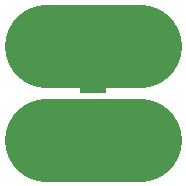
<source format=gbs>
%TF.GenerationSoftware,KiCad,Pcbnew,4.0.5-e0-6337~49~ubuntu16.04.1*%
%TF.CreationDate,2017-02-14T01:06:31-08:00*%
%TF.ProjectId,2x2-LED-TH-2.54mm-Pitch,3278322D4C45442D54482D322E35346D,1.0*%
%TF.FileFunction,Soldermask,Bot*%
%FSLAX46Y46*%
G04 Gerber Fmt 4.6, Leading zero omitted, Abs format (unit mm)*
G04 Created by KiCad (PCBNEW 4.0.5-e0-6337~49~ubuntu16.04.1) date Tue Feb 14 01:06:31 2017*
%MOMM*%
%LPD*%
G01*
G04 APERTURE LIST*
%ADD10C,0.350000*%
%ADD11C,7.000000*%
G04 APERTURE END LIST*
D10*
D11*
X32816800Y-46432200D02*
X24816800Y-46432200D01*
X32816800Y-54432200D02*
X24816800Y-54432200D01*
D10*
G36*
X25139910Y-51358047D02*
X25730855Y-51479351D01*
X26286998Y-51713132D01*
X26787134Y-52050478D01*
X27212221Y-52478543D01*
X27546066Y-52981021D01*
X27775956Y-53538776D01*
X27893064Y-54130214D01*
X27893064Y-54130224D01*
X27893131Y-54130563D01*
X27883510Y-54819616D01*
X27883433Y-54819954D01*
X27883433Y-54819962D01*
X27749857Y-55407901D01*
X27504485Y-55959016D01*
X27156737Y-56451978D01*
X26719862Y-56868009D01*
X26210500Y-57191261D01*
X25648054Y-57409419D01*
X25053947Y-57514176D01*
X24450803Y-57501542D01*
X23861600Y-57371997D01*
X23308782Y-57130477D01*
X22813407Y-56786182D01*
X22394337Y-56352223D01*
X22067538Y-55845130D01*
X21845456Y-55284214D01*
X21736555Y-54690858D01*
X21744977Y-54087641D01*
X21870406Y-53497547D01*
X22108059Y-52943058D01*
X22448891Y-52445288D01*
X22879912Y-52023200D01*
X23384713Y-51692868D01*
X23944059Y-51466877D01*
X24536645Y-51353836D01*
X25139910Y-51358047D01*
X25139910Y-51358047D01*
G37*
G36*
X33139910Y-51358047D02*
X33730855Y-51479351D01*
X34286998Y-51713132D01*
X34787134Y-52050478D01*
X35212221Y-52478543D01*
X35546066Y-52981021D01*
X35775956Y-53538776D01*
X35893064Y-54130214D01*
X35893064Y-54130224D01*
X35893131Y-54130563D01*
X35883510Y-54819616D01*
X35883433Y-54819954D01*
X35883433Y-54819962D01*
X35749857Y-55407901D01*
X35504485Y-55959016D01*
X35156737Y-56451978D01*
X34719862Y-56868009D01*
X34210500Y-57191261D01*
X33648054Y-57409419D01*
X33053947Y-57514176D01*
X32450803Y-57501542D01*
X31861600Y-57371997D01*
X31308782Y-57130477D01*
X30813407Y-56786182D01*
X30394337Y-56352223D01*
X30067538Y-55845130D01*
X29845456Y-55284214D01*
X29736555Y-54690858D01*
X29744977Y-54087641D01*
X29870406Y-53497547D01*
X30108059Y-52943058D01*
X30448891Y-52445288D01*
X30879912Y-52023200D01*
X31384713Y-51692868D01*
X31944059Y-51466877D01*
X32536645Y-51353836D01*
X33139910Y-51358047D01*
X33139910Y-51358047D01*
G37*
G36*
X28924590Y-50946681D02*
X29121721Y-50987147D01*
X29307251Y-51065137D01*
X29474092Y-51177673D01*
X29615898Y-51320472D01*
X29727266Y-51488095D01*
X29803956Y-51674158D01*
X29842976Y-51871227D01*
X29842976Y-51871232D01*
X29843044Y-51871576D01*
X29839834Y-52101439D01*
X29839757Y-52101777D01*
X29839757Y-52101786D01*
X29795249Y-52297690D01*
X29713396Y-52481535D01*
X29597388Y-52645986D01*
X29451650Y-52784771D01*
X29281731Y-52892605D01*
X29094099Y-52965382D01*
X28895912Y-53000328D01*
X28694705Y-52996113D01*
X28498151Y-52952899D01*
X28313733Y-52872328D01*
X28148482Y-52757475D01*
X28008682Y-52612709D01*
X27899664Y-52443545D01*
X27825577Y-52256424D01*
X27789249Y-52058488D01*
X27792058Y-51857258D01*
X27833902Y-51660405D01*
X27913180Y-51475432D01*
X28026880Y-51309378D01*
X28170665Y-51168573D01*
X28339065Y-51058376D01*
X28525660Y-50982986D01*
X28723340Y-50945277D01*
X28924590Y-50946681D01*
X28924590Y-50946681D01*
G37*
G36*
X29893000Y-50458400D02*
X27740600Y-50458400D01*
X27740600Y-48406000D01*
X29893000Y-48406000D01*
X29893000Y-50458400D01*
X29893000Y-50458400D01*
G37*
G36*
X25139910Y-43358047D02*
X25730855Y-43479351D01*
X26286998Y-43713132D01*
X26787134Y-44050478D01*
X27212221Y-44478543D01*
X27546066Y-44981021D01*
X27775956Y-45538776D01*
X27893064Y-46130214D01*
X27893064Y-46130224D01*
X27893131Y-46130563D01*
X27883510Y-46819616D01*
X27883433Y-46819954D01*
X27883433Y-46819962D01*
X27749857Y-47407901D01*
X27504485Y-47959016D01*
X27156737Y-48451978D01*
X26719862Y-48868009D01*
X26210500Y-49191261D01*
X25648054Y-49409419D01*
X25053947Y-49514176D01*
X24450803Y-49501542D01*
X23861600Y-49371997D01*
X23308782Y-49130477D01*
X22813407Y-48786182D01*
X22394337Y-48352223D01*
X22067538Y-47845130D01*
X21845456Y-47284214D01*
X21736555Y-46690858D01*
X21744977Y-46087641D01*
X21870406Y-45497547D01*
X22108059Y-44943058D01*
X22448891Y-44445288D01*
X22879912Y-44023200D01*
X23384713Y-43692868D01*
X23944059Y-43466877D01*
X24536645Y-43353836D01*
X25139910Y-43358047D01*
X25139910Y-43358047D01*
G37*
G36*
X33139910Y-43358047D02*
X33730855Y-43479351D01*
X34286998Y-43713132D01*
X34787134Y-44050478D01*
X35212221Y-44478543D01*
X35546066Y-44981021D01*
X35775956Y-45538776D01*
X35893064Y-46130214D01*
X35893064Y-46130224D01*
X35893131Y-46130563D01*
X35883510Y-46819616D01*
X35883433Y-46819954D01*
X35883433Y-46819962D01*
X35749857Y-47407901D01*
X35504485Y-47959016D01*
X35156737Y-48451978D01*
X34719862Y-48868009D01*
X34210500Y-49191261D01*
X33648054Y-49409419D01*
X33053947Y-49514176D01*
X32450803Y-49501542D01*
X31861600Y-49371997D01*
X31308782Y-49130477D01*
X30813407Y-48786182D01*
X30394337Y-48352223D01*
X30067538Y-47845130D01*
X29845456Y-47284214D01*
X29736555Y-46690858D01*
X29744977Y-46087641D01*
X29870406Y-45497547D01*
X30108059Y-44943058D01*
X30448891Y-44445288D01*
X30879912Y-44023200D01*
X31384713Y-43692868D01*
X31944059Y-43466877D01*
X32536645Y-43353836D01*
X33139910Y-43358047D01*
X33139910Y-43358047D01*
G37*
M02*

</source>
